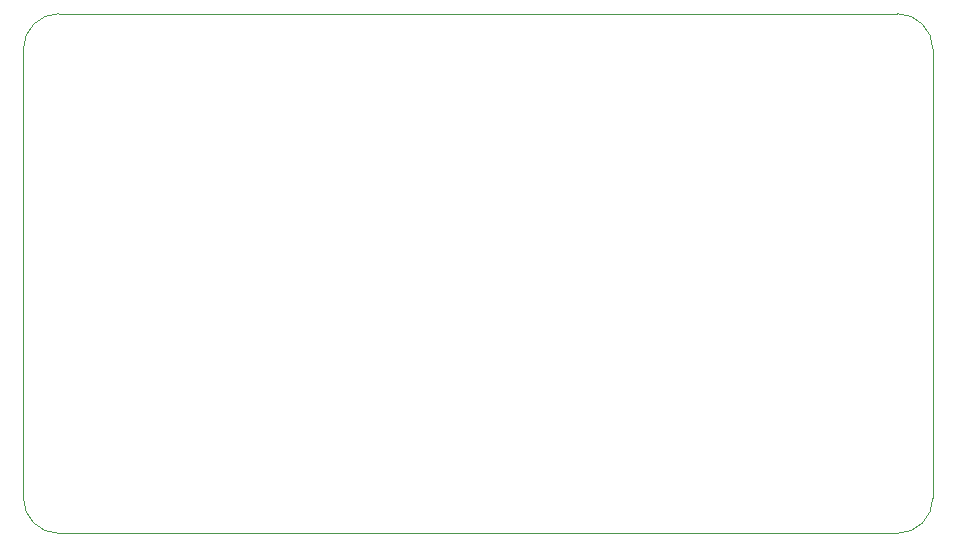
<source format=gm1>
G04 #@! TF.GenerationSoftware,KiCad,Pcbnew,(6.0.0)*
G04 #@! TF.CreationDate,2022-05-03T02:07:06-05:00*
G04 #@! TF.ProjectId,Materiales ESP32,4d617465-7269-4616-9c65-732045535033,rev?*
G04 #@! TF.SameCoordinates,Original*
G04 #@! TF.FileFunction,Profile,NP*
%FSLAX46Y46*%
G04 Gerber Fmt 4.6, Leading zero omitted, Abs format (unit mm)*
G04 Created by KiCad (PCBNEW (6.0.0)) date 2022-05-03 02:07:06*
%MOMM*%
%LPD*%
G01*
G04 APERTURE LIST*
G04 #@! TA.AperFunction,Profile*
%ADD10C,0.100000*%
G04 #@! TD*
G04 APERTURE END LIST*
D10*
X168249999Y-125000001D02*
G75*
G03*
X171249999Y-128000001I3000001J1D01*
G01*
X245249999Y-125000001D02*
X245249999Y-87000001D01*
X245249999Y-87000001D02*
G75*
G03*
X242249999Y-84000001I-3000001J-1D01*
G01*
X171249999Y-84000001D02*
X242249999Y-84000001D01*
X242249999Y-128000001D02*
X171249999Y-128000001D01*
X171249999Y-84000001D02*
G75*
G03*
X168249999Y-87000001I1J-3000001D01*
G01*
X242249999Y-128000001D02*
G75*
G03*
X245249999Y-125000001I-1J3000001D01*
G01*
X168249999Y-125000001D02*
X168249999Y-87000001D01*
M02*

</source>
